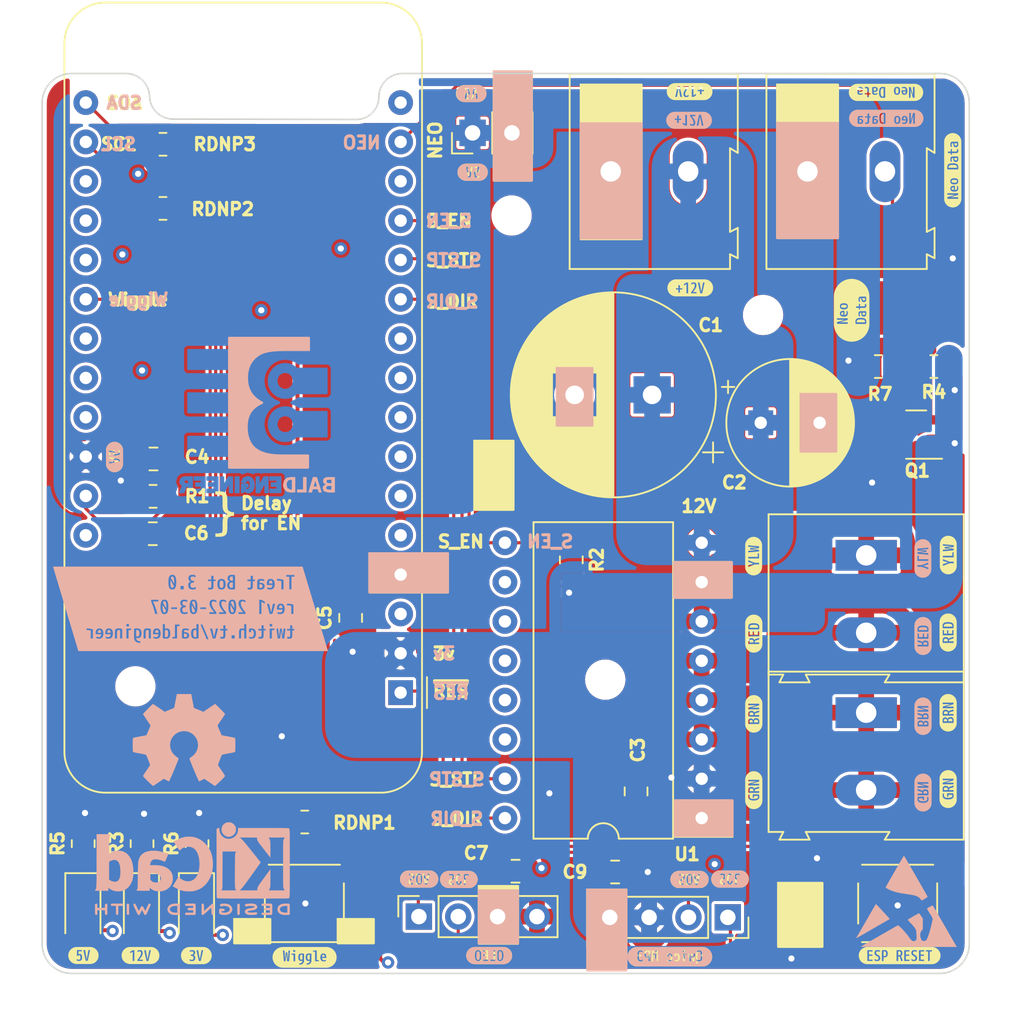
<source format=kicad_pcb>
(kicad_pcb (version 20211014) (generator pcbnew)
  (title_block (title "Treatbot 3.0 PCB") (date "2022-03-06") (rev "1") (company "twitch.tv/baldengineer"))
  (layers (0 "F.Cu" signal) (1 "In1.Cu" signal) (2 "In2.Cu" signal) (31 "B.Cu" signal) (34 "B.Paste" user) (35 "F.Paste" user) (36 "B.SilkS" user "B.Silkscreen") (37 "F.SilkS" user "F.Silkscreen") (38 "B.Mask" user) (39 "F.Mask" user) (44 "Edge.Cuts" user))
  (net 0 "")
  (net 17 "/~{RESET}")
  (net 18 "+3V3")
  (net 19 "GND")
  (net 20 "/NEO_3v")
  (net 21 "/SDA")
  (net 22 "/SCL")
  (net 23 "/STEP_EN")
  (net 24 "/STEP_DIR")
  (net 25 "/STEP_STEP")
  (net 26 "/Wiggle")
  (net 28 "+5V")
  (net 29 "+12V")
  (net 30 "Net-(D1-Pad1)")
  (net 31 "Net-(D2-Pad1)")
  (net 32 "Net-(D3-Pad1)")
  (net 33 "/M2B")
  (net 34 "/M2A")
  (net 35 "/M1A")
  (net 36 "/M1B")
  (net 37 "/NEO_5v")
  (net 42 "Net-(A1-Pad27)")
  (footprint "kibuzzard-622634A8" (layer "F.Cu") (at 79.0194 57.1754 180)
    (fp_text reference "kibuzzard-622634A8" hide)
    (fp_text value "G***" hide)
  )
  (footprint "kibuzzard-62263388" (layer "F.Cu") (at 75.6666 107.8992 180)
    (fp_text reference "kibuzzard-62263388" hide)
    (fp_text value "G***" hide)
  )
  (footprint "TerminalBlock:TerminalBlock_Altech_AK300-2_P5.00mm" (layer "F.Cu") (at 104.521 86.995 -90)
    (fp_text reference "J4" hide)
    (fp_text value "M1")
  )
  (footprint "Connector_PinSocket_2.54mm:PinSocket_1x04_P2.54mm_Vertical" (layer "F.Cu") (at 95.5902 110.3721 -90)
    (fp_text reference "J2" hide)
    (fp_text value "Quiic MP3 Trigger [CHECK FOOTPRINT]")
  )
  (footprint "kibuzzard-622632F9" (layer "F.Cu") (at 68.2752 112.9538)
    (fp_text reference "kibuzzard-622632F9" hide)
    (fp_text value "G***" hide)
  )
  (footprint "My Libraries:SW_Push_CK_PTS525_SM15" (layer "F.Cu") (at 68.2598 109.4721)
    (fp_text reference "SW2" hide)
    (fp_text value "Wiggle")
  )
  (footprint "Capacitor_SMD:C_0805_2012Metric" (layer "F.Cu") (at 58.4762 85.598)
    (fp_text reference "C6")
    (fp_text value "10u")
  )
  (footprint "Resistor_SMD:R_0805_2012Metric" (layer "F.Cu") (at 68.2852 104.2143 180)
    (fp_text reference "RDNP1")
    (fp_text value "4k7")
  )
  (footprint "Capacitor_SMD:C_0805_2012Metric" (layer "F.Cu") (at 88.3158 107.442 180)
    (fp_text reference "C9")
    (fp_text value "10u")
  )
  (footprint "kibuzzard-62263481" (layer "F.Cu") (at 105.8 57.1 180)
    (fp_text reference "kibuzzard-62263481" hide)
    (fp_text value "G***" hide)
  )
  (footprint "Capacitor_SMD:C_0805_2012Metric" (layer "F.Cu") (at 58.5216 80.772)
    (fp_text reference "C4")
    (fp_text value "10u")
  )
  (footprint "Capacitor_THT:CP_Radial_D13.0mm_P5.00mm" (layer "F.Cu") (at 90.7034 76.6318 180)
    (fp_text reference "C1")
    (fp_text value "1000u/25V")
  )
  (footprint "TerminalBlock:TerminalBlock_Altech_AK300-2_P5.00mm" (layer "F.Cu") (at 104.521 97.155 -90)
    (fp_text reference "J3" hide)
    (fp_text value "M2")
  )
  (footprint "My Libraries:Harwin-S1751-46-Test-Point" (layer "F.Cu") (at 108.9406 71.0438 90)
    (fp_text reference "TP1" hide)
    (fp_text value "TestPoint_Harwin")
  )
  (footprint "Capacitor_THT:CP_Radial_D8.0mm_P3.80mm" (layer "F.Cu") (at 97.714549 78.4352)
    (fp_text reference "C2")
    (fp_text value "10u/25V")
  )
  (footprint "kibuzzard-622633FA" (layer "F.Cu") (at 109.809525 91.9788 90)
    (fp_text reference "kibuzzard-622633FA" hide)
    (fp_text value "G***" hide)
  )
  (footprint "kibuzzard-622633E5" (layer "F.Cu") (at 97.266125 102.1588 90)
    (fp_text reference "kibuzzard-622633E5" hide)
    (fp_text value "G***" hide)
  )
  (footprint "kibuzzard-62263378" (layer "F.Cu") (at 95.7326 107.8992 180)
    (fp_text reference "kibuzzard-62263378" hide)
    (fp_text value "G***" hide)
  )
  (footprint "Module:Adafruit_Feather" (layer "F.Cu") (at 74.4728 95.8596 180)
    (fp_text reference "A1" hide)
    (fp_text value "Adafruit_Feather_HUZZAH_ESP8266")
  )
  (footprint "TerminalBlock:TerminalBlock_Altech_AK300-2_P5.00mm" (layer "F.Cu") (at 100.7326 62.2046)
    (fp_text reference "J6" hide)
    (fp_text value "NEO_Signal")
  )
  (footprint "Capacitor_SMD:C_0805_2012Metric" (layer "F.Cu") (at 81.8896 107.3912 180)
    (fp_text reference "C7")
    (fp_text value "10u")
  )
  (footprint "Resistor_SMD:R_0805_2012Metric" (layer "F.Cu") (at 53.985 105.6111 90)
    (fp_text reference "R5")
    (fp_text value "1k")
  )
  (footprint "Package_TO_SOT_SMD:SOT-23" (layer "F.Cu") (at 107.7468 79.1972 180)
    (fp_text reference "Q1")
    (fp_text value "BSS138")
  )
  (footprint "TerminalBlock:TerminalBlock_Altech_AK300-2_P5.00mm" (layer "F.Cu") (at 88.0326 62.2046)
    (fp_text reference "J5" hide)
    (fp_text value "+12V_IN")
  )
  (footprint "LED_SMD:LED_1206_3216Metric" (layer "F.Cu") (at 53.965 109.8021 -90)
    (fp_text reference "D2" hide)
    (fp_text value "+5V")
  )
  (footprint "Resistor_SMD:R_0805_2012Metric" (layer "F.Cu") (at 58.4962 83.185)
    (fp_text reference "R1")
    (fp_text value "10k")
  )
  (footprint "Resistor_SMD:R_0805_2012Metric" (layer "F.Cu") (at 59.1331 64.592 180)
    (fp_text reference "RDNP2")
    (fp_text value "4k7")
  )
  (footprint "kibuzzard-622632E6" (layer "F.Cu") (at 57.6834 112.834738)
    (fp_text reference "kibuzzard-622632E6" hide)
    (fp_text value "G***" hide)
  )
  (footprint "kibuzzard-622634A8" (layer "F.Cu") (at 79.121 62.2554)
    (fp_text reference "kibuzzard-622634A8" hide)
    (fp_text value "G***" hide)
  )
  (footprint "Resistor_SMD:R_0805_2012Metric" (layer "F.Cu") (at 105.3065 74.803)
    (fp_text reference "R7")
    (fp_text value "10k")
  )
  (footprint "kibuzzard-622632F0" (layer "F.Cu") (at 54.0004 112.834738)
    (fp_text reference "kibuzzard-622632F0" hide)
    (fp_text value "G***" hide)
  )
  (footprint "kibuzzard-622633FA" (layer "F.Cu") (at 97.266125 92.0496 90)
    (fp_text reference "kibuzzard-622633FA" hide)
    (fp_text value "G***" hide)
  )
  (footprint "kibuzzard-622632F0" (layer "F.Cu") (at 56.007 80.645 90)
    (fp_text reference "kibuzzard-622632F0" hide)
    (fp_text value "G***" hide)
  )
  (footprint "kibuzzard-62263491" (layer "F.Cu") (at 93.1672 69.723)
    (fp_text reference "kibuzzard-62263491" hide)
    (fp_text value "G***" hide)
  )
  (footprint "kibuzzard-62263481" (layer "F.Cu") (at 110.109 62.1284 90)
    (fp_text reference "kibuzzard-62263481" hide)
    (fp_text value "G***" hide)
  )
  (footprint "Connector_PinSocket_2.54mm:PinSocket_1x04_P2.54mm_Vertical" (layer "F.Cu") (at 75.6512 110.3221 90)
    (fp_text reference "J1" hide)
    (fp_text value "128x64 OLED")
  )
  (footprint "kibuzzard-6226330D" (layer "F.Cu") (at 80.1878 112.8395)
    (fp_text reference "kibuzzard-6226330D" hide)
    (fp_text value "G***" hide)
  )
  (footprint "Capacitor_SMD:C_0805_2012Metric" (layer "F.Cu") (at 71.247 91.0336 90)
    (fp_text reference "C5")
    (fp_text value "1u")
  )
  (footprint "Capacitor_SMD:C_0805_2012Metric" (layer "F.Cu") (at 89.6688 102.2372 -90)
    (fp_text reference "C3")
    (fp_text value "10u")
  )
  (footprint "kibuzzard-62263418" (layer "F.Cu") (at 97.266125 97.2312 90)
    (fp_text reference "kibuzzard-62263418" hide)
    (fp_text value "G***" hide)
  )
  (footprint "My Libraries:Harwin-S1751-46-Test-Point" (layer "F.Cu") (at 80.5434 81.7118 90)
    (fp_text reference "TP3" hide)
    (fp_text value "TestPoint_Harwin")
  )
  (footprint "kibuzzard-622632CA" (layer "F.Cu") (at 61.2902 112.8395)
    (fp_text reference "kibuzzard-622632CA" hide)
    (fp_text value "G***" hide)
  )
  (footprint "Resistor_SMD:R_0805_2012Metric" (layer "F.Cu") (at 61.335 105.6111 90)
    (fp_text reference "R6")
    (fp_text value "1k")
  )
  (footprint "My Libraries:Harwin-S1751-46-Test-Point" (layer "F.Cu") (at 106.1974 71.0184 90)
    (fp_text reference "TP2" hide)
    (fp_text value "TestPoint_Harwin")
  )
  (footprint "kibuzzard-62263418" (layer "F.Cu") (at 109.809525 97.1604 90)
    (fp_text reference "kibuzzard-62263418" hide)
    (fp_text value "G***" hide)
  )
  (footprint "kibuzzard-62263363" (layer "F.Cu") (at 106.68 112.8395)
    (fp_text reference "kibuzzard-62263363" hide)
    (fp_text value "G***" hide)
  )
  (footprint "kibuzzard-62263431" (layer "F.Cu") (at 109.81905 86.975 90)
    (fp_text reference "kibuzzard-62263431" hide)
    (fp_text value "G***" hide)
  )
  (footprint "kibuzzard-622642D3" (layer "F.Cu") (at 63.119 84.328)
    (fp_text reference "kibuzzard-622642D3" hide)
    (fp_text value "G***" hide)
  )
  (footprint "Resistor_SMD:R_0805_2012Metric" (layer "F.Cu") (at 85.4888 87.2872 -90)
    (fp_text reference "R2")
    (fp_text value "4k7")
  )
  (footprint "kibuzzard-62263388" (layer "F.Cu") (at 93.1164 107.9246 180)
    (fp_text reference "kibuzzard-62263388" hide)
    (fp_text value "G***" hide)
  )
  (footprint "MountingHole:MountingHole_2.2mm_M2" (layer "F.Cu") (at 87.6808 95.0214)
    (fp_text reference "H2" hide)
    (fp_text value "MountingHole")
  )
  (footprint "MountingHole:MountingHole_2.2mm_M2" (layer "F.Cu") (at 97.8662 71.4756)
    (fp_text reference "H1" hide)
    (fp_text value "MountingHole")
  )
  (footprint "MountingHole:MountingHole_2.2mm_M2" (layer "F.Cu") (at 81.6356 65.0494)
    (fp_text reference "H3" hide)
    (fp_text value "MountingHole")
  )
  (footprint "kibuzzard-622633E5" (layer "F.Cu") (at 109.809525 102.088 90)
    (fp_text reference "kibuzzard-622633E5" hide)
    (fp_text value "G***" hide)
  )
  (footprint "My Libraries:DIP-16_W12.7mm" (layer "F.Cu") (at 93.9038 103.9622 180)
    (fp_text reference "U1")
    (fp_text value "TMC2208_BREAKOUT")
  )
  (footprint "Resistor_SMD:R_0805_2012Metric" (layer "F.Cu") (at 108.8898 74.803 180)
    (fp_text reference "R4")
    (fp_text value "10k")
  )
  (footprint "kibuzzard-62263378" (layer "F.Cu") (at 78.232 107.9246 180)
    (fp_text reference "kibuzzard-62263378" hide)
    (fp_text value "G***" hide)
  )
  (footprint "Connector_PinHeader_2.54mm:PinHeader_1x02_P2.54mm_Vertical" (layer "F.Cu") (at 79.116 59.7154 90)
    (fp_text reference "J7" hide)
    (fp_text value "+5V_IN")
  )
  (footprint "kibuzzard-62263491" (layer "F.Cu") (at 93.125 57.05 180)
    (fp_text reference "kibuzzard-62263491" hide)
    (fp_text value "G***" hide)
  )
  (footprint "My Libraries:Harwin-S1751-46-Test-Point" (layer "F.Cu") (at 100.33 110.236 90)
    (fp_text reference "TP4" hide)
    (fp_text value "TestPoint_Harwin")
  )
  (footprint "kibuzzard-62263473" (layer "F.Cu") (at 103.5812 71.1708 90)
    (fp_text reference "kibuzzard-62263473" hide)
    (fp_text value "G***" hide)
  )
  (footprint "Resistor_SMD:R_0805_2012Metric" (layer "F.Cu") (at 59.1331 60.452 180)
    (fp_text reference "RDNP3")
    (fp_text value "4k7")
  )
  (footprint "My Libraries:SW_Push_CK_PTS525_SM15" (layer "F.Cu") (at 106.553 109.4721)
    (fp_text reference "SW1" hide)
    (fp_text value "ESP RESET")
  )
  (footprint "kibuzzard-62263431" (layer "F.Cu") (at 97.2566 87.0458 90)
    (fp_text reference "kibuzzard-62263431" hide)
    (fp_text value "G***" hide)
  )
  (footprint "MountingHole:MountingHole_2.2mm_M2" (layer "F.Cu") (at 57.3532 95.4532)
    (fp_text reference "H4" hide)
    (fp_text value "MountingHole")
  )
  (footprint "kibuzzard-6226331D" (layer "F.Cu") (at 91.8464 112.9157)
    (fp_text reference "kibuzzard-6226331D" hide)
    (fp_text value "G***" hide)
  )
  (footprint "LED_SMD:LED_1206_3216Metric" (layer "F.Cu") (at 61.295 109.8021 -90)
    (fp_text reference "D3" hide)
    (fp_text value "+3V3")
  )
  (footprint "Resistor_SMD:R_0805_2012Metric" (layer "F.Cu") (at 57.785 105.6111 90)
    (fp_text reference "R3")
    (fp_text value "1k")
  )
  (footprint "LED_SMD:LED_1206_3216Metric" (layer "F.Cu") (at 57.745 109.8021 -90)
    (fp_text reference "D1" hide)
    (fp_text value "+12V")
  )
  (footprint "kibuzzard-622632F0" (layer "B.Cu") (at 56.007 80.645 -90)
    (fp_text reference "kibuzzard-622632F0" hide)
    (fp_text value "G***" hide)
  )
  (footprint "kibuzzard-62263378" (layer "B.Cu") (at 78.232 107.9246)
    (fp_text reference "kibuzzard-62263378" hide)
    (fp_text value "G***" hide)
  )
  (footprint "kibuzzard-622633FA" (layer "B.Cu") (at 108.188125 92.202 90)
    (fp_text reference "kibuzzard-622633FA" hide)
    (fp_text value "G***" hide)
  )
  (footprint "Symbol:ESD-Logo_6.6x6mm_SilkScreen" (layer "B.Cu") (at 107.1118 109.3216 180)
    (fp_text reference "REF**" hide)
    (fp_text value "ESD-Logo_6.6x6mm_SilkScreen" hide)
  )
  (footprint "kibuzzard-62263388" (layer "B.Cu") (at 75.6666 107.8992)
    (fp_text reference "kibuzzard-62263388" hide)
    (fp_text value "G***" hide)
  )
  (footprint "kibuzzard-6226330D" (layer "B.Cu") (at 80.1878 112.8395 180)
    (fp_text reference "kibuzzard-6226330D" hide)
    (fp_text value "G***" hide)
  )
  (footprint "kibuzzard-6226331D" (layer "B.Cu") (at 91.8464 112.9157 180)
    (fp_text reference "kibuzzard-6226331D" hide)
    (fp_text value "G***" hide)
  )
  (footprint "Symbol:KiCad-Logo2_5mm_SilkScreen" (layer "B.Cu") (at 61.0362 107.2134 180)
    (fp_text reference "REF**" hide)
    (fp_text value "KiCad-Logo2_5mm_SilkScreen" hide)
  )
  (footprint "Symbol:OSHW-Symbol_6.7x6mm_SilkScreen" (layer "B.Cu") (at 60.5028 98.933 180)
    (fp_text reference "REF**" hide)
    (fp_text value "OSHW-Symbol_6.7x6mm_SilkScreen" hide)
  )
  (footprint "kibuzzard-62263431" (layer "B.Cu") (at 108.1786 87.1982 90)
    (fp_text reference "kibuzzard-62263431" hide)
    (fp_text value "G***" hide)
  )
  (footprint "kibuzzard-62263491" (layer "B.Cu") (at 93.091 58.9026)
    (fp_text reference "kibuzzard-62263491" hide)
    (fp_text value "G***" hide)
  )
  (footprint "My Libraries:BE10v2" (layer "B.Cu") (at 70.231 72.9488 180)
    (fp_text reference "svg2mod" hide)
    (fp_text value "G***" hide)
  )
  (footprint "kibuzzard-622634A8" (layer "B.Cu") (at 79.0448 57.1754)
    (fp_text reference "kibuzzard-622634A8" hide)
    (fp_text value "G***" hide)
  )
  (footprint "kibuzzard-622647CC" (layer "B.Cu") (at 60.9092 90.4494 180)
    (fp_text reference "kibuzzard-622647CC" hide)
    (fp_text value "G***" hide)
  )
  (footprint "kibuzzard-62263481" (layer "B.Cu") (at 105.8164 58.7756 180)
    (fp_text reference "kibuzzard-62263481" hide)
    (fp_text value "G***" hide)
  )
  (footprint "kibuzzard-622633E5" (layer "B.Cu") (at 108.188125 102.3112 90)
    (fp_text reference "kibuzzard-622633E5" hide)
    (fp_text value "G***" hide)
  )
  (footprint "kibuzzard-62263418" (layer "B.Cu") (at 108.188125 97.3836 90)
    (fp_text reference "kibuzzard-62263418" hide)
    (fp_text value "G***" hide)
  )
  (footprint "kibuzzard-62263378" (layer "B.Cu") (at 95.7326 107.8992)
    (fp_text reference "kibuzzard-62263378" hide)
    (fp_text value "G***" hide)
  )
  (footprint "kibuzzard-622634A8" (layer "B.Cu") (at 79.121 62.2554 180)
    (fp_text reference "kibuzzard-622634A8" hide)
    (fp_text value "G***" hide)
  )
  (footprint "kibuzzard-62263388" (layer "B.Cu") (at 93.1164 107.9246)
    (fp_text reference "kibuzzard-62263388" hide)
    (fp_text value "G***" hide)
  )
  (gr_rect (start 79.5274 112.0394) (end 82.042 108.6358) (layer "B.SilkS") (width 0.15) (fill solid))
  (gr_rect (start 90.0176 59.1058) (end 86.106 66.5226) (layer "B.SilkS") (width 0.15) (fill solid))
  (gr_rect (start 82.931 55.753) (end 80.4926 62.7888) (layer "B.SilkS") (width 0.15) (fill solid))
  (gr_rect (start 92.1766 102.8192) (end 95.885 105.1052) (layer "B.SilkS") (width 0.15) (fill solid))
  (gr_rect (start 86.5251 108.585) (end 89.0397 113.792) (layer "B.SilkS") (width 0.15) (fill solid))
  (gr_rect (start 92.1258 87.4395) (end 95.8342 89.7255) (layer "B.SilkS") (width 0.15) (fill solid))
  (gr_rect (start 102.580549 76.581) (end 100.294549 80.2894) (layer "B.SilkS") (width 0.15) (fill solid))
  (gr_rect (start 86.8426 78.613) (end 84.5566 74.9046) (layer "B.SilkS") (width 0.15) (fill solid))
  (gr_rect (start 102.6922 59.0804) (end 98.7806 66.4972) (layer "B.SilkS") (width 0.15) (fill solid))
  (gr_rect (start 72.4662 86.868) (end 77.5208 89.3826) (layer "B.SilkS") (width 0.15) (fill solid))
  (gr_rect (start 86.5251 108.585) (end 89.0397 112.2934) (layer "F.SilkS") (width 0.15) (fill solid))
  (gr_rect (start 102.6922 66.4972) (end 98.7806 56.6054) (layer "F.SilkS") (width 0.15) (fill solid))
  (gr_rect (start 90.0176 56.6066) (end 86.106 66.5734) (layer "F.SilkS") (width 0.15) (fill solid))
  (gr_rect (start 92.1766 105.156) (end 95.885 102.87) (layer "F.SilkS") (width 0.15) (fill solid))
  (gr_rect (start 98.8441 108.1532) (end 101.6889 112.268) (layer "F.SilkS") (width 0.15) (fill solid))
  (gr_rect (start 72.4662 89.3826) (end 77.5208 86.868) (layer "F.SilkS") (width 0.15) (fill solid))
  (gr_rect (start 82.931 62.7888) (end 80.4926 55.753) (layer "F.SilkS") (width 0.15) (fill solid))
  (gr_rect (start 70.4215 112.0394) (end 72.7329 110.49) (layer "F.SilkS") (width 0.15) (fill solid))
  (gr_rect (start 79.5274 108.3564) (end 82.042 112.0648) (layer "F.SilkS") (width 0.15) (fill solid))
  (gr_rect (start 63.7413 112.0394) (end 66.0527 110.49) (layer "F.SilkS") (width 0.15) (fill solid))
  (gr_rect (start 92.1258 89.7255) (end 95.8342 87.4395) (layer "F.SilkS") (width 0.15) (fill solid))
  (gr_rect (start 79.2353 79.6036) (end 81.7499 84.0486) (layer "F.SilkS") (width 0.15) (fill solid))
  (gr_arc (start 56.742762 55.880838) (mid 57.802542 56.309059) (end 58.2676 57.3532) (layer "Edge.Cuts") (width 0.1))
  (gr_arc (start 53.239238 113.994362) (mid 51.8922 113.4364) (end 51.334238 112.089362) (layer "Edge.Cuts") (width 0.1))
  (gr_arc (start 109.269962 55.88) (mid 110.617 56.437962) (end 111.174962 57.785) (layer "Edge.Cuts") (width 0.1))
  (gr_line (start 109.2962 113.994362) (end 53.239238 113.994362) (layer "Edge.Cuts") (width 0.1))
  (gr_arc (start 73.067942 57.3532) (mid 72.64212 58.421423) (end 71.575 58.85) (layer "Edge.Cuts") (width 0.1))
  (gr_arc (start 59.784781 58.825562) (mid 58.727748 58.396908) (end 58.2676 57.3532) (layer "Edge.Cuts") (width 0.1))
  (gr_arc (start 51.334238 57.785838) (mid 51.8922 56.4388) (end 53.239238 55.880838) (layer "Edge.Cuts") (width 0.1))
  (gr_line (start 71.575 58.85) (end 59.784781 58.825562) (layer "Edge.Cuts") (width 0.1))
  (gr_line (start 74.59278 55.880838) (end 109.269962 55.88) (layer "Edge.Cuts") (width 0.1))
  (gr_arc (start 111.174962 112.089362) (mid 110.626238 113.427139) (end 109.2962 113.994362) (layer "Edge.Cuts") (width 0.1))
  (gr_line (start 51.334238 112.089362) (end 51.334238 57.785838) (layer "Edge.Cuts") (width 0.1))
  (gr_line (start 111.174962 57.785) (end 111.174962 112.089362) (layer "Edge.Cuts") (width 0.1))
  (gr_arc (start 73.067942 57.3532) (mid 73.533 56.30906) (end 74.59278 55.880838) (layer "Edge.Cuts") (width 0.1))
  (gr_line (start 53.239238 55.880838) (end 56.742762 55.880838) (layer "Edge.Cuts") (width 0.1))
  (gr_text "NEO" (at 71.9582 60.3504) (layer "B.SilkS") (effects (font (size 0.8 0.8) (thickness 0.2)) (justify mirror)))
  (gr_text "S_EN" (at 77.589091 65.398952) (layer "B.SilkS") (effects (font (size 0.8 0.8) (thickness 0.2)) (justify mirror)))
  (gr_text "Wiggle" (at 57.529604 70.479417) (layer "B.SilkS") (effects (font (size 0.8 0.8) (thickness 0.2)) (justify mirror)))
  (gr_text "S_STP" (at 77.893853 67.945) (layer "B.SilkS") (effects (font (size 0.8 0.8) (thickness 0.2)) (justify mirror)))
  (gr_text "3v" (at 77.266857 93.338952) (layer "B.SilkS") (effects (font (size 0.8 0.8) (thickness 0.2)) (justify mirror)))
  (gr_text "~{RES}" (at 77.724 95.885) (layer "B.SilkS") (effects (font (size 0.8 0.8) (thickness 0.2)) (justify mirror)))
  (gr_text "SCL" (at 56.261 60.452) (layer "B.SilkS") (effects (font (size 0.8 0.8) (thickness 0.2)) (justify mirror)))
  (gr_text "S_EN" (at 84.1248 86.106) (layer "B.SilkS") (effects (font (size 0.8 0.8) (thickness 0.2)) (justify mirror)))
  (gr_text "SDA" (at 56.636417 57.779417) (layer "B.SilkS") (effects (font (size 0.8 0.8) (thickness 0.2)) (justify mirror)))
  (gr_text "S_DIR" (at 78.098021 104.009743) (layer "B.SilkS") (effects (font (size 0.8 0.8) (thickness 0.2)) (justify mirror)))
  (gr_text "S_STP" (at 78.101743 101.464161) (layer "B.SilkS") (effects (font (size 0.8 0.8) (thickness 0.2)) (justify mirror)))
  (gr_text "S_DIR" (at 77.798615 70.612) (layer "B.SilkS") (effects (font (size 0.8 0.8) (thickness 0.2)) (justify mirror)))
  (gr_text "S_STP" (at 77.893853 67.945) (layer "F.SilkS") (effects (font (size 0.8 0.8) (thickness 0.2))))
  (gr_text "S_DIR" (at 78.105 104.013) (layer "F.SilkS") (effects (font (size 0.8 0.8) (thickness 0.2))))
  (gr_text "S_EN" (at 78.359 86.106) (layer "F.SilkS") (effects (font (size 0.8 0.8) (thickness 0.2))))
  (gr_text "~{RES}" (at 77.724 95.758) (layer "F.SilkS") (effects (font (size 0.8 0.8) (thickness 0.2))))
  (gr_text "S_STP" (at 78.105 101.473) (layer "F.SilkS") (effects (font (size 0.8 0.8) (thickness 0.2))))
  (gr_text "3v" (at 77.266857 93.345) (layer "F.SilkS") (effects (font (size 0.8 0.8) (thickness 0.2))))
  (gr_text "NEO" (at 76.708 60.198 90) (layer "F.SilkS") (effects (font (size 0.8 0.8) (thickness 0.2))))
  (gr_text "S_EN" (at 77.589091 65.405) (layer "F.SilkS") (effects (font (size 0.8 0.8) (thickness 0.2))))
  (gr_text "Wiggle" (at 57.531 70.485) (layer "F.SilkS") (effects (font (size 0.8 0.8) (thickness 0.2))))
  (gr_text "SCL" (at 56.261 60.452) (layer "F.SilkS") (effects (font (size 0.8 0.8) (thickness 0.2))))
  (gr_text "S_DIR" (at 77.798615 70.612) (layer "F.SilkS") (effects (font (size 0.8 0.8) (thickness 0.2))))
  (gr_text "12V" (at 93.726 83.82) (layer "F.SilkS") (effects (font (size 0.8 0.8) (thickness 0.2))))
  (gr_text "Delay\nfor EN" (at 64.0588 84.2772) (layer "F.SilkS") (effects (font (size 0.8 0.8) (thickness 0.2)) (justify left)))
  (gr_text "SDA" (at 56.642 57.785) (layer "F.SilkS") (effects (font (size 0.8 0.8) (thickness 0.2))))
  (segment (start 109.753 107.5721) (end 99.1901 107.5721) (width 0.2032) (layer "F.Cu") (net 17))
  (segment (start 97.409 105.791) (end 78.486 105.791) (width 0.2032) (layer "F.Cu") (net 17))
  (segment (start 78.486 105.791) (end 77.216 104.521) (width 0.2032) (layer "F.Cu") (net 17))
  (segment (start 77.216 104.521) (end 77.216 96.52) (width 0.2032) (layer "F.Cu") (net 17))
  (segment (start 77.216 96.52) (end 76.454 95.758) (width 0.2032) (layer "F.Cu") (net 17))
  (segment (start 99.1901 107.5721) (end 97.409 105.791) (width 0.2032) (layer "F.Cu") (net 17))
  (segment (start 74.5744 95.758) (end 74.4728 95.8596) (width 0.2032) (layer "F.Cu") (net 17))
  (segment (start 76.454 95.758) (end 74.5744 95.758) (width 0.2032) (layer "F.Cu") (net 17))
  (segment (start 69.1236 91.9836) (end 67.818 90.678) (width 0.254) (layer "F.Cu") (net 18))
  (segment (start 109.8448 80.1472) (end 110.236 79.756) (width 0.254) (layer "F.Cu") (net 18))
  (segment (start 110.236 75.2367) (end 109.8023 74.803) (width 0.254) (layer "F.Cu") (net 18))
  (segment (start 61.5989 111.506) (end 61.295 111.2021) (width 0.254) (layer "F.Cu") (net 18))
  (segment (start 85.4888 89.2632) (end 85.344 89.408) (width 0.254) (layer "F.Cu") (net 18))
  (segment (start 60.0456 60.452) (end 60.0456 64.592) (width 0.254) (layer "F.Cu") (net 18))
  (segment (start 85.4888 88.1997) (end 85.4888 89.2632) (width 0.254) (layer "F.Cu") (net 18))
  (segment (start 67.818 60.833) (end 67.437 60.452) (width 0.254) (layer "F.Cu") (net 18))
  (segment (start 108.6843 80.1472) (end 109.8448 80.1472) (width 0.254) (layer "F.Cu") (net 18))
  (segment (start 71.247 91.9836) (end 71.247 93.091) (width 0.254) (layer "F.Cu") (net 18))
  (segment (start 67.437 60.452) (end 60.0456 60.452) (width 0.254) (layer "F.Cu") (net 18))
  (segment (start 110.236 76.327) (end 110.236 75.2367) (width 0.254) (layer "F.Cu") (net 18))
  (segment (start 67.818 90.678) (end 67.818 60.833) (width 0.254) (layer "F.Cu") (net 18))
  (segment (start 62.992 111.506) (end 61.5989 111.506) (width 0.254) (layer "F.Cu") (net 18))
  (segment (start 71.247 93.091) (end 71.374 93.218) (width 0.254) (layer "F.Cu") (net 18))
  (segment (start 71.247 91.9836) (end 69.1236 91.9836) (width 0.254) (layer "F.Cu") (net 18))
  (via (at 62.992 111.506) (size 0.8) (drill 0.4) (layers "F.Cu" "B.Cu") (net 18))
  (via (at 71.374 93.218) (size 0.8) (drill 0.4) (layers "F.Cu" "B.Cu") (net 18))
  (via (at 90.424 107.442) (size 0.8) (drill 0.4) (layers "F.Cu" "B.Cu") (net 18))
  (via (at 91.948 101.346) (size 0.8) (drill 0.4) (layers "F.Cu" "B.Cu") (net 18))
  (via (at 85.344 89.408) (size 0.8) (drill 0.4) (layers "F.Cu" "B.Cu") (net 18))
  (via (at 110.236 79.756) (size 0.8) (drill 0.4) (layers "F.Cu" "B.Cu") (net 18))
  (via (at 110.236 76.327) (size 0.8) (drill 0.4) (layers "F.Cu" "B.Cu") (net 18))
  (segment (start 53.975 103.759) (end 54.102 103.632) (width 0.254) (layer "F.Cu") (net 19))
  (segment (start 61.335 103.765) (end 61.468 103.632) (width 0.254) (layer "F.Cu") (net 19))
  (segment (start 57.795 103.749) (end 57.912 103.632) (width 0.254) (layer "F.Cu") (net 19))
  (segment (start 53.975 104.6986) (end 53.975 103.759) (width 0.254) (layer "F.Cu") (net 19))
  (segment (start 61.335 104.6986) (end 61.335 103.765) (width 0.254) (layer "F.Cu") (net 19))
  (segment (start 57.795 104.6986) (end 57.795 103.749) (width 0.254) (layer "F.Cu") (net 19))
  (via (at 70.612 67.183) (size 0.8) (drill 0.4) (layers "F.Cu" "B.Cu") (net 19))
  (via (at 110.109 67.818) (size 0.8) (drill 0.4) (layers "F.Cu" "B.Cu") (net 19))
  (via (at 99.695 113.03) (size 0.8) (drill 0.4) (layers "F.Cu" "B.Cu") (net 19))
  (via (at 57.912 103.6849) (size 0.8) (drill 0.4) (layers "F.Cu" "B.Cu") (net 19))
  (via (at 54.102 103.632) (size 0.8) (drill 0.4) (layers "F.Cu" "B.Cu") (net 19))
  (via (at 57.785 75.057) (size 0.8) (drill 0.4) (layers "F.Cu" "B.Cu") (net 19))
  (via (at 84.074 102.362) (size 0.8) (drill 0.4) (layers "F.Cu" "B.Cu") (net 19))
  (via (at 65.4812 71.1708) (size 0.8) (drill 0.4) (layers "F.Cu" "B.Cu") (net 19))
  (via (at 66.802 98.679) (size 0.8) (drill 0.4) (layers "F.Cu" "B.Cu") (net 19))
  (via (at 104.902 82.296) (size 0.8) (drill 0.4) (layers "F.Cu" "B.Cu") (net 19))
  (via (at 57.531 62.357) (size 0.8) (drill 0.4) (layers "F.Cu" "B.Cu") (net 19))
  (via (at 56.515 67.564) (size 0.8) (drill 0.4) (layers "F.Cu" "B.Cu") (net 19))
  (via (at 61.468 103.632) (size 0.8) (drill 0.4) (layers "F.Cu" "B.Cu") (net 19))
  (via (at 106.553 109.601) (size 0.8) (drill 0.4) (layers "F.Cu" "B.Cu") (net 19))
  (via (at 101.346 106.553) (size 0.8) (drill 0.4) (layers "F.Cu" "B.Cu") (net 19))
  (via (at 68.326 109.474) (size 0.8) (drill 0.4) (layers "F.Cu" "B.Cu") (net 19))
  (via (at 94.742 106.934) (size 0.8) (drill 0.4) (layers "F.Cu" "B.Cu") (net 19))
  (segment (start 74.4728 60.2996) (end 78.1304 56.642) (width 0.2032) (layer "F.Cu") (net 20))
  (segment (start 108.6843 75.51) (end 107.9773 74.803) (width 0.2032) (layer "F.Cu") (net 20))
  (segment (start 108.9406 73.8397) (end 107.9773 74.803) (width 0.2032) (layer "F.Cu") (net 20))
  (segment (start 108.9406 57.2008) (end 108.9406 73.8397) (width 0.2032) (layer "F.Cu") (net 20))
  (segment (start 108.6843 78.2472) (end 108.6843 75.51) (width 0.2032) (layer "F.Cu") (net 20))
  (segment (start 78.1304 56.642) (end 108.3818 56.642) (width 0.2032) (layer "F.Cu") (net 20))
  (segment (start 108.3818 56.642) (end 108.9406 57.2008) (width 0.2032) (layer "F.Cu") (net 20))
  (segment (start 58.2206 61.8782) (end 59.182 62.8396) (width 0.2032) (layer "F.Cu") (net 21))
  (segment (start 92.71 106.172) (end 93.0502 106.5122) (width 0.2032) (layer "F.Cu") (net 21))
  (segment (start 75.6512 110.3221) (end 75.6158 110.2867) (width 0.2032) (layer "F.Cu") (net 21))
  (segment (start 56.8706 60.452) (end 58.2206 60.452) (width 0.2032) (layer "F.Cu") (net 21))
  (segment (start 54.1782 57.7596) (end 56.8706 60.452) (width 0.2032) (layer "F.Cu") (net 21))
  (segment (start 72.5424 101.1682) (end 77.5462 106.172) (width 0.2032) (layer "F.Cu") (net 21))
  (segment (start 59.182 65.8622) (end 62.8904 69.5706) (width 0.2032) (layer "F.Cu") (net 21))
  (segment (start 58.2206 60.452) (end 58.2206 61.8782) (width 0.2032) (layer "F.Cu") (net 21))
  (segment (start 77.5462 106.172) (end 92.71 106.172) (width 0.2032) (layer "F.Cu") (net 21))
  (segment (start 59.182 62.8396) (end 59.182 65.8622) (width 0.2032) (layer "F.Cu") (net 21))
  (segment (start 93.0502 106.5122) (end 93.0502 110.3721) (width 0.2032) (layer "F.Cu") (net 21))
  (segment (start 75.6158 110.2867) (end 75.6158 104.2416) (width 0.2032) (layer "F.Cu") (net 21))
  (segment (start 54.1528 57.7596) (end 54.1782 57.7596) (width 0.2032) (layer "F.Cu") (net 21))
  (segment (start 63.9064 101.1682) (end 72.5424 101.1682) (width 0.2032) (layer "F.Cu") (net 21))
  (segment (start 62.8904 69.5706) (end 62.8904 100.1522) (width 0.2032) (layer "F.Cu") (net 21))
  (segment (start 62.8904 100.1522) (end 63.9064 101.1682) (width 0.2032) (layer "F.Cu") (net 21))
  (segment (start 74.7268 113.1062) (end 77.4192 113.1062) (width 0.2032) (layer "F.Cu") (net 22))
  (segment (start 58.2206 64.3674) (end 58.2206 64.592) (width 0.2032) (layer "F.Cu") (net 22))
  (segment (start 62.5348 70.0278) (end 62.5348 100.457) (width 0.2032) (layer "F.Cu") (net 22))
  (segment (start 54.1528 60.2996) (end 58.2206 64.3674) (width 0.2032) (layer "F.Cu") (net 22))
  (segment (start 77.6224 113.0808) (end 95.1738 113.0808) (width 0.2032) (layer "F.Cu") (net 22))
  (segment (start 71.9836 101.6508) (end 73.9394 103.6066) (width 0.2032) (layer "F.Cu") (net 22))
  (segment (start 73.9394 112.3188) (end 74.7268 113.1062) (width 0.2032) (layer "F.Cu") (net 22))
  (segment (start 73.9394 103.6066) (end 73.9394 112.3188) (width 0.2032) (layer "F.Cu") (net 22))
  (segment (start 62.5348 100.457) (end 63.7286 101.6508) (width 0.2032) (layer "F.Cu") (net 22))
  (segment (start 78.1912 112.3342) (end 78.1912 110.3221) (width 0.2032) (layer "F.Cu") (net 22))
  (segment (start 95.758 112.4966) (end 95.758 110.5399) (width 0.2032) (layer "F.Cu") (net 22))
  (segment (start 77.4192 113.1062) (end 77.5335 112.9919) (width 0.2032) (layer "F.Cu") (net 22))
  (segment (start 58.2206 64.592) (end 58.2206 65.7136) (width 0.2032) (layer "F.Cu") (net 22))
  (segment (start 58.2206 65.7136) (end 62.5348 70.0278) (width 0.2032) (layer "F.Cu") (net 22))
  (segment (start 77.5335 112.9919) (end 78.1912 112.3342) (width 0.2032) (layer "F.Cu") (net 22))
  (segment (start 77.5335 112.9919) (end 77.6224 113.0808) (width 0.2032) (layer "F.Cu") (net 22))
  (segment (start 63.7286 101.6508) (end 71.9836 101.6508) (width 0.2032) (layer "F.Cu") (net 22))
  (segment (start 95.1738 113.0808) (end 95.758 112.4966) (width 0.2032) (layer "F.Cu") (net 22))
  (segment (start 95.758 110.5399) (end 95.5902 110.3721) (width 0.2032) (layer "F.Cu") (net 22))
  (segment (start 78.8924 85.0646) (end 78.8924 66.6242) (width 0.2032) (layer "F.Cu") (net 23))
  (segment (start 77.6478 65.3796) (end 74.4728 65.3796) (width 0.2032) (layer "F.Cu") (net 23))
  (segment (start 80.01 86.1822) (end 78.8924 85.0646) (width 0.2032) (layer "F.Cu") (net 23))
  (segment (start 85.2963 86.1822) (end 85.4888 86.3747) (width 0.2032) (layer "F.Cu") (net 23))
  (segment (start 81.2038 86.1822) (end 80.01 86.1822) (width 0.2032) (layer "F.Cu") (net 23))
  (segment (start 81.2038 86.1822) (end 85.2963 86.1822) (width 0.2032) (layer "F.Cu") (net 23))
  (segment (start 78.8924 66.6242) (end 77.6478 65.3796) (width 0.2032) (layer "F.Cu") (net 23))
  (segment (start 79.7306 103.9622) (end 77.9018 102.1334) (width 0.2032) (layer "F.Cu") (net 24))
  (segment (start 77.9018 102.1334) (end 77.9018 71.247) (width 0.2032) (layer "F.Cu") (net 24))
  (segment (start 81.2038 103.9622) (end 79.7306 103.9622) (width 0.2032) (layer "F.Cu") (net 24))
  (segment (start 77.1144 70.4596) (end 74.4728 70.4596) (width 0.2032) (layer "F.Cu") (net 24))
  (segment (start 77.9018 71.247) (end 77.1144 70.4596) (width 0.2032) (layer "F.Cu") (net 24))
  (segment (start 79.248 101.4222) (end 78.4352 100.6094) (width 0.2032) (layer "F.Cu") (net 25))
  (segment (start 77.47 67.8434) (end 74.549 67.8434) (width 0.2032) (layer "F.Cu") (net 25))
  (segment (start 78.4352 68.8086) (end 77.47 67.8434) (width 0.2032) (layer "F.Cu") (net 25))
  (segment (start 78.4352 100.6094) (end 78.4352 68.8086) (width 0.2032) (layer "F.Cu") (net 25))
  (segment (start 74.549 67.8434) (end 74.4728 67.9196) (width 0.2032) (layer "F.Cu") (net 25))
  (segment (start 81.2038 101.4222) (end 79.248 101.4222) (width 0.2032) (layer "F.Cu") (net 25))
  (segment (start 71.4598 107.5721) (end 65.0598 107.5721) (width 0.2032) (layer "F.Cu") (net 26))
  (segment (start 67.3727 105.2592) (end 67.3727 104.2143) (width 0.2032) (layer "F.Cu") (net 26))
  (segment (start 62.1792 70.9422) (end 62.1792 100.711) (width 0.2032) (layer "F.Cu") (net 26))
  (segment (start 62.1792 100.711) (end 65.6825 104.2143) (width 0.2032) (layer "F.Cu") (net 26))
  (segment (start 65.0598 107.5721) (end 67.3727 105.2592) (width 0.2032) (layer "F.Cu") (net 26))
  (segment (start 54.1528 70.4596) (end 61.6966 70.4596) (width 0.2032) (layer "F.Cu") (net 26))
  (segment (start 61.6966 70.4596) (end 62.1792 70.9422) (width 0.2032) (layer "F.Cu") (net 26))
  (segment (start 65.6825 104.2143) (end 67.3727 104.2143) (width 0.2032) (layer "F.Cu") (net 26))
  (segment (start 103.759 74.803) (end 103.378 74.422) (width 0.254) (layer "F.Cu") (net 28))
  (segment (start 83.0428 107.188) (end 82.8396 107.3912) (width 0.254) (layer "F.Cu") (net 28))
  (segment (start 69.1977 104.2143) (end 71.9563 104.2143) (width 0.254) (layer "F.Cu") (net 28))
  (segment (start 104.394 74.803) (end 103.759 74.803) (width 0.254) (layer "F.Cu") (net 28))
  (segment (start 83.566 107.188) (end 83.0428 107.188) (width 0.254) (layer "F.Cu") (net 28))
  (segment (start 73.152 105.41) (end 73.152 113.03) (width 0.254) (layer "F.Cu") (net 28))
  (segment (start 73.406 113.284) (end 73.66 113.284) (width 0.254) (layer "F.Cu") (net 28))
  (segment (start 71.9563 104.2143) (end 73.152 105.41) (width 0.254) (layer "F.Cu") (net 28))
  (segment (start 55.8301 111.2021) (end 55.88 111.252) (width 0.254) (layer "F.Cu") (net 28))
  (segment (start 53.965 111.2021) (end 55.8301 111.2021) (width 0.254) (layer "F.Cu") (net 28))
  (segment (start 73.152 113.03) (end 73.406 113.284) (width 0.254) (layer "F.Cu") (net 28))
  (via (at 83.566 107.188) (size 0.8) (drill 0.4) (layers "F.Cu" "B.Cu") (net 28))
  (via (at 56.4134 82.169) (size 0.8) (drill 0.4) (layers "F.Cu" "B.Cu") (net 28))
  (via (at 103.378 74.422) (size 0.8) (drill 0.4) (layers "F.Cu" "B.Cu") (net 28))
  (via (at 73.66 113.284) (size 0.8) (drill 0.4) (layers "F.Cu" "B.Cu") (net 28))
  (via (at 55.88 111.252) (size 0.8) (drill 0.4) (layers "F.Cu" "B.Cu") (net 28))
  (segment (start 59.439 111.255) (end 57.872 111.255) (width 0.254) (layer "F.Cu") (net 29))
  (segment (start 59.563 111.379) (end 59.439 111.255) (width 0.254) (layer "F.Cu") (net 29))
  (via (at 59.563 111.379) (size 0.8) (drill 0.4) (layers "F.Cu" "B.Cu") (net 29))
  (segment (start 57.795 108.3821) (end 57.775 108.4021) (width 0.2032) (layer "F.Cu") (net 30))
  (segment (start 57.795 106.5236) (end 57.795 108.3821) (width 0.2032) (layer "F.Cu") (net 30))
  (segment (start 53.975 108.3621) (end 53.935 108.4021) (width 0.2032) (layer "F.Cu") (net 31))
  (segment (start 53.985 108.3821) (end 53.965 108.4021) (width 0.2032) (layer "F.Cu") (net 31))
  (segment (start 53.985 106.5236) (end 53.985 108.3821) (width 0.2032) (layer "F.Cu") (net 31))
  (segment (start 61.335 108.3621) (end 61.295 108.4021) (width 0.2032) (layer "F.Cu") (net 32))
  (segment (start 61.335 106.5236) (end 61.335 108.3621) (width 0.2032) (layer "F.Cu") (net 32))
  (segment (start 106.219 62.691) (end 105.7326 62.2046) (width 0.2032) (layer "F.Cu") (net 37))
  (segment (start 106.8093 79.1972) (end 106.219 78.6069) (width 0.2032) (layer "F.Cu") (net 37))
  (segment (start 106.219 74.803) (end 106.219 62.691) (width 0.2032) (layer "F.Cu") (net 37))
  (segment (start 106.219 78.6069) (end 106.219 74.803) (width 0.2032) (layer "F.Cu") (net 37))
  (segment (start 55.7784 85.598) (end 54.1528 83.9724) (width 0.2032) (layer "F.Cu") (net 42))
  (segment (start 59.4087 83.7155) (end 57.5262 85.598) (width 0.2032) (layer "F.Cu") (net 42))
  (segment (start 59.4087 83.185) (end 59.4087 83.7155) (width 0.2032) (layer "F.Cu") (net 42))
  (segment (start 54.1528 83.9724) (end 54.1528 83.1596) (width 0.2032) (layer "F.Cu") (net 42))
  (segment (start 57.5262 85.598) (end 55.7784 85.598) (width 0.2032) (layer "F.Cu") (net 42))
  (zone (net 36) (net_name "/M1B") (layer "F.Cu") (priority 2) (connect_pads (clearance 0)) (min_thickness 0.254) (fill yes (thermal_gap 0.254) (thermal_bridge_width 1.016) (smoothing fillet) (radius 2))
    (polygon (pts (xy 107.696 89.916) (xy 98.044 89.916) (xy 98.044 92.5322) (xy 92.456 92.5322) (xy 92.456 89.916) (xy 94.996 89.916) (xy 94.996 84.328) (xy 98.298 84.328) (xy 107.696 84.328)))
  )
  (zone (net 28) (net_name "+5V") (layer "F.Cu") (priority 1) (connect_pads (clearance 0)) (min_thickness 0.254) (fill yes (thermal_gap 0.254) (thermal_bridge_width 1.016) (smoothing fillet) (radius 2))
    (polygon (pts (xy 84.836 112.776) (xy 81.788 112.776) (xy 81.788 106.426) (xy 84.836 106.426)))
  )
  (zone (net 35) (net_name "/M1A") (layer "F.Cu") (priority 3) (connect_pads (clearance 0)) (min_thickness 0.254) (fill yes (thermal_gap 0.254) (thermal_bridge_width 1.016) (smoothing fillet) (radius 2))
    (polygon (pts (xy 107.95 95.25) (xy 92.456 95.25) (xy 92.456 92.5322) (xy 98.044 92.5322) (xy 98.298 89.916) (xy 107.696 89.916)))
  )
  (zone (net 18) (net_name "+3V3") (layer "F.Cu") (priority 1) (connect_pads (clearance 0)) (min_thickness 0.254) (fill yes (thermal_gap 0.254) (thermal_bridge_width 1.016) (smoothing fillet) (radius 2))
    (polygon (pts (xy 91.7902 112.522) (xy 89.154 112.522) (xy 89.154 108.458) (xy 88.392 108.458) (xy 88.392 106.426) (xy 91.694 106.426)))
  )
  (zone (net 28) (net_name "+5V") (layer "F.Cu") (priority 1) (connect_pads (clearance 0)) (min_thickness 0.254) (fill yes (thermal_gap 0.254) (thermal_bridge_width 1.016) (smoothing fillet) (radius 2))
    (polygon (pts (xy 58.42 84.328) (xy 52.324 84.328) (xy 52.324 79.502) (xy 58.5216 79.502)))
  )
  (zone (net 19) (net_name "GND") (layers "F.Cu" "In1.Cu" "In2.Cu" "B.Cu") (name "Ground") (connect_pads thru_hole_only (clearance 0.1524)) (min_thickness 0.254) (fill yes (thermal_gap 0.127) (thermal_bridge_width 1.016))
    (polygon (pts (xy 112.8108 56.2196) (xy 114.7158 116.6462) (xy 49.6156 117.205) (xy 49.895 56.118)))
  )
  (zone (net 33) (net_name "/M2B") (layer "F.Cu") (priority 3) (connect_pads (clearance 0)) (min_thickness 0.2032) (fill yes (thermal_gap 0.254) (thermal_bridge_width 1.016) (smoothing fillet) (radius 2))
    (polygon (pts (xy 98.044 99.568) (xy 107.95 99.568) (xy 107.95 104.14) (xy 94.996 104.14) (xy 94.996 100.076) (xy 92.456 100.076) (xy 92.456 97.536) (xy 98.044 97.536)))
  )
  (zone (net 18) (net_name "+3V3") (layer "F.Cu") (priority 2) (connect_pads (clearance 0.1524)) (min_thickness 0.2032) (fill yes (thermal_gap 0.254) (thermal_bridge_width 1.016) (smoothing fillet) (radius 2))
    (polygon (pts (xy 72.898 91.948) (xy 75.692 91.948) (xy 75.692 94.742) (xy 70.104 94.742) (xy 70.104 91.186) (xy 72.898 91.186)))
  )
  (zone (net 0) (net_name "") (layers "F.Cu" "In1.Cu" "In2.Cu" "B.Cu") (connect_pads (clearance 0)) (min_thickness 0.254)
    (keepout (tracks allowed) (vias allowed) (pads allowed) (copperpour not_allowed) (footprints allowed))
    (fill (thermal_gap 0.508) (thermal_bridge_width 0.508))
    (polygon (pts (xy 53.1153 51.2596) (xy 75.6153 51.3096) (xy 75.6653 59.0696) (xy 53.1153 59.1296)))
  )
  (zone (net 34) (net_name "/M2A") (layer "F.Cu") (priority 2) (connect_pads (clearance 0)) (min_thickness 0.254) (fill yes (thermal_gap 0.254) (thermal_bridge_width 1.016) (smoothing fillet) (radius 2))
    (polygon (pts (xy 107.95 99.568) (xy 98.044 99.568) (xy 98.044 97.536) (xy 92.456 97.536) (xy 92.456 95.25) (xy 107.95 95.25)))
  )
  (zone (net 18) (net_name "+3V3") (layer "F.Cu") (priority 5) (connect_pads (clearance 0)) (min_thickness 0.254) (fill yes (thermal_gap 0.254) (thermal_bridge_width 1.016) (smoothing fillet) (radius 2))
    (polygon (pts (xy 94.996 102.87) (xy 91.44 102.87) (xy 91.44 102.108) (xy 88.392 102.108) (xy 88.392 100.076) (xy 94.996 100.076)))
  )
  (zone (net 18) (net_name "+3V3") (layer "F.Cu") (priority 2) (connect_pads (clearance 0.1524)) (min_thickness 0.2032) (fill yes (thermal_gap 0.254) (thermal_bridge_width 1.016) (smoothing fillet) (radius 2))
    (polygon (pts (xy 110.744 81.026) (xy 107.696 81.026) (xy 107.7468 79.1972) (xy 109.728 79.1972) (xy 109.728 76.708) (xy 108.966 76.708) (xy 108.966 73.406) (xy 110.744 73.406)))
  )
  (zone (net 18) (net_name "+3V3") (layer "B.Cu") (priority 2) (connect_pads (clearance 0.1524)) (min_thickness 0.2032) (fill yes (thermal_gap 0.254) (thermal_bridge_width 1.016) (smoothing fillet) (radius 2))
    (polygon (pts (xy 110.744 90.424) (xy 101.854 90.424) (xy 101.854 91.948) (xy 84.836 91.948) (xy 84.836 88.138) (xy 107.696 88.138) (xy 107.696 79.248) (xy 108.966 79.248) (xy 108.966 73.406) (xy 110.744 73.406)))
  )
  (zone (net 28) (net_name "+5V") (layer "B.Cu") (priority 2) (connect_pads (clearance 0)) (min_thickness 0.2032) (fill yes (thermal_gap 0.254) (thermal_bridge_width 1.016) (smoothing fillet) (radius 2))
    (polygon (pts (xy 80.264 84.328) (xy 52.07 84.328) (xy 52.07 56.896) (xy 80.264 56.896)))
  )
  (zone (net 28) (net_name "+5V") (layer "B.Cu") (priority 2) (connect_pads (clearance 0)) (min_thickness 0.2032) (fill yes (thermal_gap 0.254) (thermal_bridge_width 1.016) (smoothing fillet) (radius 2))
    (polygon (pts (xy 105.41 76.708) (xy 102.616 76.708) (xy 102.616 59.436) (xy 84.328 59.436) (xy 84.328 61.976) (xy 77.216 61.976) (xy 77.216 56.896) (xy 105.41 56.896)))
  )
  (zone (net 29) (net_name "+12V") (layer "B.Cu") (priority 1) (connect_pads (clearance 0)) (min_thickness 0.254) (fill yes (thermal_gap 0.254) (thermal_bridge_width 1.016) (smoothing fillet) (radius 2))
    (polygon (pts (xy 97.282 72.136) (xy 99.822 72.136) (xy 99.822 87.63) (xy 88.392 87.63) (xy 88.392 68.834) (xy 90.678 68.834) (xy 90.678 59.944) (xy 97.282 59.944)))
  )
  (zone (net 18) (net_name "+3V3") (layer "B.Cu") (name "3v3") (priority 1) (connect_pads (clearance 0)) (min_thickness 0.254) (fill yes (thermal_gap 0.254) (thermal_bridge_width 1.016) (smoothing fillet) (radius 2))
    (polygon (pts (xy 86.868 91.948) (xy 96.774 91.948) (xy 96.774 112.014) (xy 85.598 112.014) (xy 85.598 100.076) (xy 69.596 100.076) (xy 69.596 91.948) (xy 84.074 91.948) (xy 84.074 87.376) (xy 86.868 87.376)))
  )
)
</source>
